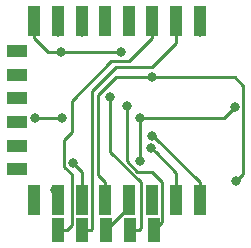
<source format=gbr>
%TF.GenerationSoftware,KiCad,Pcbnew,5.1.5+dfsg1-2build2*%
%TF.CreationDate,2021-07-18T22:40:15+02:00*%
%TF.ProjectId,wb2s,77623273-2e6b-4696-9361-645f70636258,rev?*%
%TF.SameCoordinates,Original*%
%TF.FileFunction,Copper,L1,Top*%
%TF.FilePolarity,Positive*%
%FSLAX46Y46*%
G04 Gerber Fmt 4.6, Leading zero omitted, Abs format (unit mm)*
G04 Created by KiCad (PCBNEW 5.1.5+dfsg1-2build2) date 2021-07-18 22:40:15*
%MOMM*%
%LPD*%
G04 APERTURE LIST*
%TA.AperFunction,SMDPad,CuDef*%
%ADD10R,1.000000X2.500000*%
%TD*%
%TA.AperFunction,SMDPad,CuDef*%
%ADD11R,1.800000X1.000000*%
%TD*%
%TA.AperFunction,SMDPad,CuDef*%
%ADD12R,1.000000X2.000000*%
%TD*%
%TA.AperFunction,ViaPad*%
%ADD13C,0.800000*%
%TD*%
%TA.AperFunction,Conductor*%
%ADD14C,0.250000*%
%TD*%
G04 APERTURE END LIST*
D10*
%TO.P,U1,1*%
%TO.N,Net-(R1-Pad1)*%
X102052000Y-107335000D03*
%TO.P,U1,2*%
%TO.N,ADC*%
X100052000Y-107335000D03*
%TO.P,U1,3*%
%TO.N,CEN*%
X98052000Y-107335000D03*
%TO.P,U1,4*%
%TO.N,Net-(U1-Pad4)*%
X96052000Y-107335000D03*
%TO.P,U1,5*%
%TO.N,PWM5*%
X94052000Y-107335000D03*
%TO.P,U1,6*%
%TO.N,PWM1*%
X92052000Y-107335000D03*
%TO.P,U1,7*%
%TO.N,PWM2*%
X90052000Y-107335000D03*
%TO.P,U1,8*%
%TO.N,+3V3*%
X88052000Y-107335000D03*
D11*
%TO.P,U1,9*%
%TO.N,Net-(U1-Pad9)*%
X86552000Y-109935000D03*
%TO.P,U1,10*%
%TO.N,Net-(U1-Pad10)*%
X86552000Y-111935000D03*
%TO.P,U1,11*%
%TO.N,Net-(U1-Pad11)*%
X86552000Y-113935000D03*
%TO.P,U1,12*%
%TO.N,Net-(U1-Pad12)*%
X86552000Y-115935000D03*
%TO.P,U1,13*%
%TO.N,Net-(U1-Pad13)*%
X86552000Y-117935000D03*
%TO.P,U1,14*%
%TO.N,Net-(U1-Pad14)*%
X86552000Y-119935000D03*
D10*
%TO.P,U1,15*%
%TO.N,GND*%
X88052000Y-122535000D03*
%TO.P,U1,16*%
%TO.N,Net-(R4-Pad2)*%
X90052000Y-122535000D03*
%TO.P,U1,17*%
%TO.N,Net-(R5-Pad2)*%
X92052000Y-122535000D03*
%TO.P,U1,18*%
%TO.N,Net-(R3-Pad1)*%
X94052000Y-122535000D03*
%TO.P,U1,19*%
%TO.N,PWM0*%
X96052000Y-122535000D03*
%TO.P,U1,20*%
%TO.N,PWM4*%
X98052000Y-122535000D03*
%TO.P,U1,21*%
%TO.N,RX*%
X100052000Y-122535000D03*
%TO.P,U1,22*%
%TO.N,TX*%
X102052000Y-122535000D03*
%TD*%
D12*
%TO.P,J2,1*%
%TO.N,PWM0*%
X94107000Y-125095000D03*
%TD*%
%TO.P,J3,1*%
%TO.N,PWM1*%
X96139000Y-125095000D03*
%TD*%
%TO.P,J4,1*%
%TO.N,PWM2*%
X98171000Y-125095000D03*
%TD*%
%TO.P,J8,1*%
%TO.N,CEN*%
X90043000Y-125095000D03*
%TD*%
%TO.P,J9,1*%
%TO.N,ADC*%
X92075000Y-125095000D03*
%TD*%
D13*
%TO.N,TX*%
X97972999Y-117094000D03*
%TO.N,PWM1*%
X92075000Y-108331000D03*
X94488000Y-113792000D03*
%TO.N,PWM2*%
X90043000Y-108331000D03*
X95885000Y-114554000D03*
%TO.N,RX*%
X97917000Y-118110000D03*
%TO.N,PWM5*%
X94107000Y-107569000D03*
%TO.N,PWM4*%
X97917000Y-121793000D03*
%TO.N,CEN*%
X98044000Y-108077000D03*
%TO.N,Net-(R1-Pad1)*%
X102108000Y-108331000D03*
%TO.N,GND*%
X88138000Y-121666000D03*
X88138000Y-115570000D03*
X97028000Y-119253000D03*
X97028000Y-115570000D03*
X105029000Y-114681000D03*
X90424002Y-115570000D03*
%TO.N,Net-(R4-Pad2)*%
X89789000Y-121666000D03*
%TO.N,+3V3*%
X95377000Y-109982000D03*
X90297000Y-109982000D03*
%TO.N,Net-(R3-Pad1)*%
X98044000Y-112141000D03*
X105156000Y-120904000D03*
%TO.N,Net-(R5-Pad2)*%
X91312996Y-119380000D03*
%TD*%
D14*
%TO.N,TX*%
X102052000Y-122535000D02*
X102052000Y-121035000D01*
X102052000Y-121035000D02*
X98111000Y-117094000D01*
X98111000Y-117094000D02*
X97972999Y-117094000D01*
%TO.N,PWM0*%
X96052000Y-123096998D02*
X96052000Y-122535000D01*
X94107000Y-125041998D02*
X96052000Y-123096998D01*
X94107000Y-125095000D02*
X94107000Y-125041998D01*
%TO.N,PWM1*%
X94488000Y-118491000D02*
X94488000Y-114357685D01*
X96889000Y-125095000D02*
X97046999Y-124937001D01*
X97046999Y-124937001D02*
X97046999Y-121049999D01*
X96139000Y-125095000D02*
X96889000Y-125095000D01*
X97046999Y-121049999D02*
X94488000Y-118491000D01*
X94488000Y-114357685D02*
X94488000Y-113792000D01*
%TO.N,PWM2*%
X98171000Y-125095000D02*
X97827002Y-125095000D01*
X96773998Y-120140588D02*
X95885000Y-119251590D01*
X97992590Y-120140588D02*
X96773998Y-120140588D01*
X98877001Y-124388999D02*
X98877001Y-121024999D01*
X95885000Y-115119685D02*
X95885000Y-114554000D01*
X98877001Y-121024999D02*
X97992590Y-120140588D01*
X98171000Y-125095000D02*
X98877001Y-124388999D01*
X95885000Y-119251590D02*
X95885000Y-115119685D01*
%TO.N,RX*%
X100052000Y-122535000D02*
X100052000Y-120245000D01*
X98316999Y-118509999D02*
X97917000Y-118110000D01*
X100052000Y-120245000D02*
X98316999Y-118509999D01*
%TO.N,CEN*%
X98052000Y-108835000D02*
X98052000Y-107335000D01*
X96085011Y-110801989D02*
X98052000Y-108835000D01*
X94557011Y-110801989D02*
X96085011Y-110801989D01*
X91226999Y-114132001D02*
X94557011Y-110801989D01*
X91226999Y-116799001D02*
X91226999Y-114132001D01*
X90793000Y-125095000D02*
X91226999Y-124661001D01*
X90587994Y-117438006D02*
X91226999Y-116799001D01*
X90587994Y-119728002D02*
X90587994Y-117438006D01*
X91226999Y-120367007D02*
X90587994Y-119728002D01*
X90043000Y-125095000D02*
X90793000Y-125095000D01*
X91226999Y-124661001D02*
X91226999Y-120367007D01*
%TO.N,ADC*%
X100052000Y-108835000D02*
X100052000Y-107335000D01*
X92964000Y-113284000D02*
X94996000Y-111252000D01*
X92075000Y-125095000D02*
X92825000Y-125095000D01*
X100052000Y-109242410D02*
X100052000Y-108835000D01*
X92825000Y-125095000D02*
X92964000Y-124956000D01*
X92964000Y-124956000D02*
X92964000Y-113284000D01*
X94996000Y-111252000D02*
X98042410Y-111252000D01*
X98042410Y-111252000D02*
X100052000Y-109242410D01*
%TO.N,GND*%
X97028000Y-119253000D02*
X97028000Y-115570000D01*
X97028000Y-115570000D02*
X104140000Y-115570000D01*
X104140000Y-115570000D02*
X105029000Y-114681000D01*
X88138000Y-115570000D02*
X90424002Y-115570000D01*
%TO.N,+3V3*%
X88052000Y-107335000D02*
X88052000Y-108835000D01*
X88052000Y-108835000D02*
X89199000Y-109982000D01*
X89199000Y-109982000D02*
X89789000Y-109982000D01*
X89789000Y-109982000D02*
X90551000Y-109982000D01*
X90551000Y-109982000D02*
X95377000Y-109982000D01*
%TO.N,Net-(R3-Pad1)*%
X93472000Y-113665000D02*
X93472000Y-120455000D01*
X94052000Y-121035000D02*
X94052000Y-122535000D01*
X93472000Y-120455000D02*
X94052000Y-121035000D01*
X98044000Y-112141000D02*
X94996000Y-112141000D01*
X94996000Y-112141000D02*
X93472000Y-113665000D01*
X105754001Y-120305999D02*
X105156000Y-120904000D01*
X105754001Y-112866001D02*
X105754001Y-120305999D01*
X105029000Y-112141000D02*
X105754001Y-112866001D01*
X98044000Y-112141000D02*
X105029000Y-112141000D01*
%TO.N,Net-(R5-Pad2)*%
X91821000Y-122304000D02*
X92052000Y-122535000D01*
X92052000Y-122535000D02*
X92052000Y-120119004D01*
X92052000Y-120119004D02*
X91312996Y-119380000D01*
%TD*%
M02*

</source>
